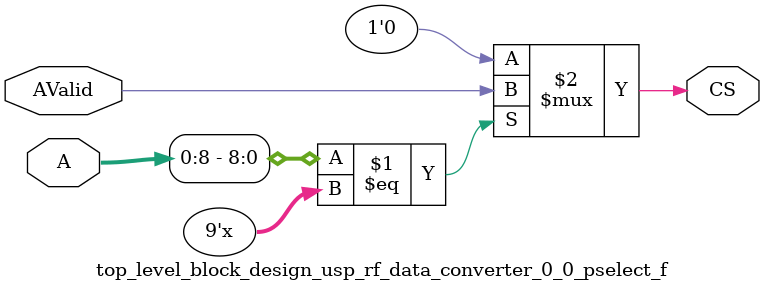
<source format=v>
`timescale 1 ps/1 ps

module top_level_block_design_usp_rf_data_converter_0_0_pselect_f ( A, AValid, CS) ;

parameter C_AB  = 9;
parameter C_AW  = 32;
parameter [0:C_AW - 1] C_BAR =  'bz;
parameter C_FAMILY  = "nofamily";
input[0:C_AW-1] A; 
input AValid; 
output CS; 
wire CS;
parameter [0:C_AB-1]BAR = C_BAR[0:C_AB-1];

//----------------------------------------------------------------------------
// Build a behavioral decoder
//----------------------------------------------------------------------------
generate
if (C_AB > 0) begin : XST_WA
assign CS = (A[0:C_AB - 1] == BAR[0:C_AB - 1]) ? AValid : 1'b0 ;
end
endgenerate

generate
if (C_AB == 0) begin : PASS_ON_GEN
assign CS = AValid ;
end
endgenerate
endmodule

</source>
